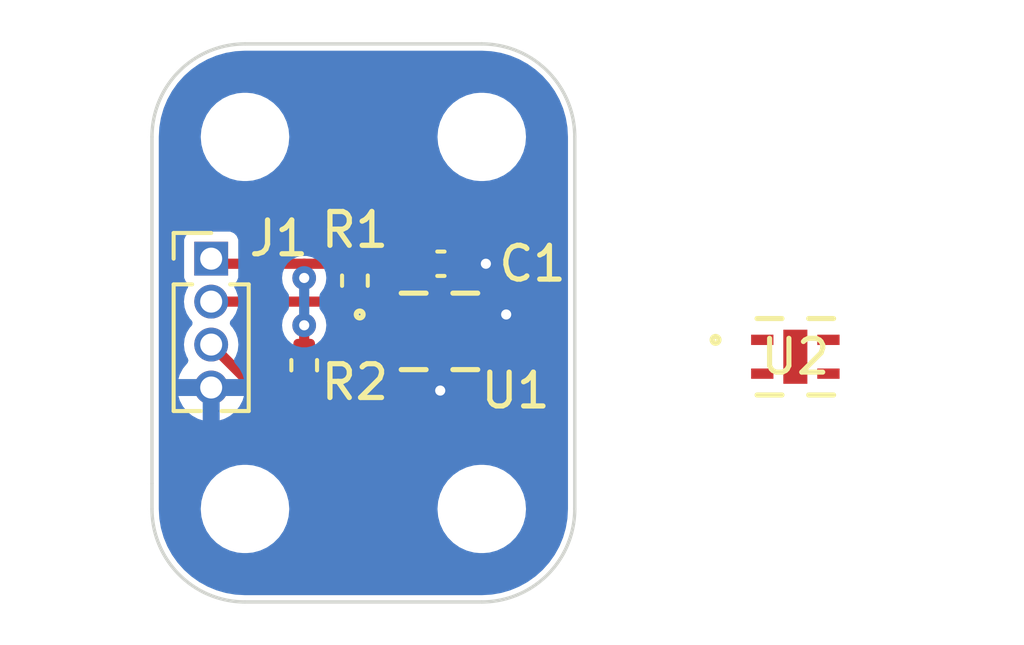
<source format=kicad_pcb>
(kicad_pcb (version 20221018) (generator pcbnew)
  (layers (0 "F.Cu" signal) (31 "B.Cu" power) (34 "B.Paste" user) (35 "F.Paste" user) (36 "B.SilkS" user "B.Silkscreen") (37 "F.SilkS" user "F.Silkscreen") (38 "B.Mask" user) (39 "F.Mask" user) (44 "Edge.Cuts" user))
  (net 0 "")
  (net 1 "+3.3V")
  (net 2 "GND")
  (net 3 "SCL")
  (net 4 "SDA")
  (footprint "Connector_PinHeader_1.27mm:PinHeader_1x04_P1.27mm_Vertical" (layer "F.Cu") (at 131.5 73.6)
    (fp_text reference "J1" (at 2 -0.6) (layer "F.SilkS") (effects (font (thickness 0.155))))
    (fp_text value "Conn_01x04_Pin")
    (fp_line (start -1.11 -0.76) (end 0 -0.76) (stroke (width 0.12)) (layer "F.SilkS"))
    (fp_line (start -1.11 0) (end -1.11 -0.76) (stroke (width 0.12)) (layer "F.SilkS"))
    (fp_line (start -1.11 0.76) (end -1.11 4.505) (stroke (width 0.12)) (layer "F.SilkS"))
    (fp_line (start -1.11 0.76) (end -0.563471 0.76) (stroke (width 0.12)) (layer "F.SilkS"))
    (fp_line (start -1.11 4.505) (end -0.30753 4.505) (stroke (width 0.12)) (layer "F.SilkS"))
    (fp_line (start 0.30753 4.505) (end 1.11 4.505) (stroke (width 0.12)) (layer "F.SilkS"))
    (fp_line (start 0.563471 0.76) (end 1.11 0.76) (stroke (width 0.12)) (layer "F.SilkS"))
    (fp_line (start 1.11 0.76) (end 1.11 4.505) (stroke (width 0.12)) (layer "F.SilkS"))
    (pad "1" thru_hole rect (at 0 0) (size 1 1) (drill 0.65) (layers "*.Cu" "*.Mask") (net 1 "+3.3V"))
    (pad "2" thru_hole oval (at 0 1.27) (size 1 1) (drill 0.65) (layers "*.Cu" "*.Mask") (net 3 "SCL"))
    (pad "3" thru_hole oval (at 0 2.54) (size 1 1) (drill 0.65) (layers "*.Cu" "*.Mask") (net 4 "SDA"))
    (pad "4" thru_hole oval (at 0 3.81) (size 1 1) (drill 0.65) (layers "*.Cu" "*.Mask") (net 2 "GND"))
  )
  (footprint "Resistor_SMD:R_0402_1005Metric" (layer "F.Cu") (at 134.25 76.75 -90)
    (fp_text reference "R2" (at 0.5 -1.5 180) (layer "F.SilkS") (effects (font (thickness 0.155))))
    (fp_text value "10k")
    (fp_line (start -0.153641 -0.38) (end 0.153641 -0.38) (stroke (width 0.12)) (layer "F.SilkS"))
    (fp_line (start -0.153641 0.38) (end 0.153641 0.38) (stroke (width 0.12)) (layer "F.SilkS"))
    (pad "1" smd roundrect (at -0.51 0 270) (size 0.54 0.64) (layers "F.Cu" "F.Paste" "F.Mask") (net 1 "+3.3V"))
    (pad "2" smd roundrect (at 0.51 0 270) (size 0.54 0.64) (layers "F.Cu" "F.Paste" "F.Mask") (net 4 "SDA"))
  )
  (footprint "MountingHole:MountingHole_2.1mm" (layer "F.Cu") (at 139.5 70)
    (fp_text reference "H2")
    (fp_text value "MountingHole")
    (pad "" np_thru_hole circle (at 0 0) (size 2.1 2.1) (drill 2.1) (layers "*.Cu" "*.Mask"))
  )
  (footprint "MountingHole:MountingHole_2.1mm" (layer "F.Cu") (at 132.5 81)
    (fp_text reference "H3")
    (fp_text value "MountingHole")
    (pad "" np_thru_hole circle (at 0 0) (size 2.1 2.1) (drill 2.1) (layers "*.Cu" "*.Mask"))
  )
  (footprint "SHTC3-TR-10KS:SHTC3_SEN" (layer "F.Cu") (at 148.7721 76.500001)
    (fp_text reference "U2" (at 0 0 unlocked) (layer "F.SilkS"))
    (fp_text value "SHTC3-TR-2.5KS")
    (fp_line (start -1.1303 1.1303) (end -0.396635 1.1303) (stroke (width 0.1524)) (layer "F.SilkS"))
    (fp_line (start -0.396635 -1.1303) (end -1.1303 -1.1303) (stroke (width 0.1524)) (layer "F.SilkS"))
    (fp_line (start 0.396635 1.1303) (end 1.1303 1.1303) (stroke (width 0.1524)) (layer "F.SilkS"))
    (fp_line (start 1.1303 -1.1303) (end 0.396635 -1.1303) (stroke (width 0.1524)) (layer "F.SilkS"))
    (fp_circle (center -2.358898 -0.499999) (end -2.257298 -0.499999) (stroke (width 0.1524)) (fill none) (layer "F.SilkS"))
    (pad "1" smd rect (at -0.9779 -0.499999) (size 0.6604 0.3048) (layers "F.Cu" "F.Paste" "F.Mask"))
    (pad "2" smd rect (at -0.9779 0.499999) (size 0.6604 0.3048) (layers "F.Cu" "F.Paste" "F.Mask"))
    (pad "3" smd rect (at 0.9779 0.499999) (size 0.6604 0.3048) (layers "F.Cu" "F.Paste" "F.Mask"))
    (pad "4" smd rect (at 0.9779 -0.499999) (size 0.6604 0.3048) (layers "F.Cu" "F.Paste" "F.Mask"))
    (pad "5" smd rect (at 0 0) (size 0.7112 1.6002) (layers "F.Cu" "F.Paste" "F.Mask"))
  )
  (footprint "Capacitor_SMD:C_0402_1005Metric" (layer "F.Cu") (at 138.2921 73.750001)
    (fp_text reference "C1" (at 2.7079 -0.000001 180) (layer "F.SilkS") (effects (font (thickness 0.155))))
    (fp_text value "100n")
    (fp_line (start -0.107836 -0.36) (end 0.107836 -0.36) (stroke (width 0.12)) (layer "F.SilkS"))
    (fp_line (start -0.107836 0.36) (end 0.107836 0.36) (stroke (width 0.12)) (layer "F.SilkS"))
    (pad "1" smd roundrect (at -0.48 0) (size 0.56 0.62) (layers "F.Cu" "F.Paste" "F.Mask") (net 1 "+3.3V"))
    (pad "2" smd roundrect (at 0.48 0) (size 0.56 0.62) (layers "F.Cu" "F.Paste" "F.Mask") (net 2 "GND"))
  )
  (footprint "SHTC3-TR-10KS:SHTC3_SEN" (layer "F.Cu") (at 138.25 75.75)
    (fp_text reference "U1" (at 2.25 1.75 unlocked) (layer "F.SilkS") (effects (font (thickness 0.155))))
    (fp_text value "SHTC3-TR-2.5KS")
    (fp_line (start -1.1303 1.1303) (end -0.396635 1.1303) (stroke (width 0.1524)) (layer "F.SilkS"))
    (fp_line (start -0.396635 -1.1303) (end -1.1303 -1.1303) (stroke (width 0.1524)) (layer "F.SilkS"))
    (fp_line (start 0.396635 1.1303) (end 1.1303 1.1303) (stroke (width 0.1524)) (layer "F.SilkS"))
    (fp_line (start 1.1303 -1.1303) (end 0.396635 -1.1303) (stroke (width 0.1524)) (layer "F.SilkS"))
    (fp_circle (center -2.358898 -0.499999) (end -2.257298 -0.499999) (stroke (width 0.1524)) (fill none) (layer "F.SilkS"))
    (pad "1" smd rect (at -0.9779 -0.499999) (size 0.6604 0.3048) (layers "F.Cu" "F.Paste" "F.Mask") (net 1 "+3.3V"))
    (pad "2" smd rect (at -0.9779 0.499999) (size 0.6604 0.3048) (layers "F.Cu" "F.Paste" "F.Mask") (net 3 "SCL"))
    (pad "3" smd rect (at 0.9779 0.499999) (size 0.6604 0.3048) (layers "F.Cu" "F.Paste" "F.Mask") (net 4 "SDA"))
    (pad "4" smd rect (at 0.9779 -0.499999) (size 0.6604 0.3048) (layers "F.Cu" "F.Paste" "F.Mask") (net 2 "GND"))
    (pad "5" smd rect (at 0 0) (size 0.7112 1.6002) (layers "F.Cu" "F.Paste" "F.Mask") (net 2 "GND"))
  )
  (footprint "MountingHole:MountingHole_2.1mm" (layer "F.Cu") (at 139.5 81)
    (fp_text reference "H4")
    (fp_text value "MountingHole")
    (pad "" np_thru_hole circle (at 0 0) (size 2.1 2.1) (drill 2.1) (layers "*.Cu" "*.Mask"))
  )
  (footprint "MountingHole:MountingHole_2.1mm" (layer "F.Cu") (at 132.5 70)
    (fp_text reference "H1")
    (fp_text value "MountingHole")
    (pad "" np_thru_hole circle (at 0 0) (size 2.1 2.1) (drill 2.1) (layers "*.Cu" "*.Mask"))
  )
  (footprint "Resistor_SMD:R_0402_1005Metric" (layer "F.Cu") (at 135.75 74.25 -90)
    (fp_text reference "R1" (at -1.5 0 -180) (layer "F.SilkS") (effects (font (thickness 0.155))))
    (fp_text value "10k")
    (fp_line (start -0.153641 -0.38) (end 0.153641 -0.38) (stroke (width 0.12)) (layer "F.SilkS"))
    (fp_line (start -0.153641 0.38) (end 0.153641 0.38) (stroke (width 0.12)) (layer "F.SilkS"))
    (pad "1" smd roundrect (at -0.51 0 270) (size 0.54 0.64) (layers "F.Cu" "F.Paste" "F.Mask") (net 1 "+3.3V"))
    (pad "2" smd roundrect (at 0.51 0 270) (size 0.54 0.64) (layers "F.Cu" "F.Paste" "F.Mask") (net 3 "SCL"))
  )
  (gr_line (start 142.25 70) (end 142.25 81) (stroke (width 0.1)) (layer "Edge.Cuts"))
  (gr_line (start 129.75 80.25) (end 129.75 80.25) (stroke (width 0.1)) (layer "Edge.Cuts"))
  (gr_line (start 132.5 67.25) (end 139.5 67.25) (stroke (width 0.1)) (layer "Edge.Cuts"))
  (gr_line (start 129.75 81) (end 129.75 70) (stroke (width 0.1)) (layer "Edge.Cuts"))
  (gr_arc (start 142.25 81) (mid 141.444544 82.944544) (end 139.5 83.75) (stroke (width 0.1)) (layer "Edge.Cuts"))
  (gr_arc (start 129.75 70) (mid 130.555456 68.055456) (end 132.5 67.25) (stroke (width 0.1)) (layer "Edge.Cuts"))
  (gr_arc (start 132.5 83.75) (mid 130.555456 82.944544) (end 129.75 81) (stroke (width 0.1)) (layer "Edge.Cuts"))
  (gr_line (start 139.5 83.75) (end 132.5 83.75) (stroke (width 0.1)) (layer "Edge.Cuts"))
  (gr_arc (start 139.5 67.25) (mid 141.444544 68.055456) (end 142.25 70) (stroke (width 0.1)) (layer "Edge.Cuts"))
  (segment (start 137.8121 74.4379) (end 137.8121 73.750001) (width 0.3) (layer "F.Cu") (net 1))
  (segment (start 131.650001 73.750001) (end 131.5 73.6) (width 0.3) (layer "F.Cu") (net 1))
  (segment (start 134.25 76.24) (end 134.25 75.5695) (width 0.3) (layer "F.Cu") (net 1))
  (segment (start 137.2721 74.9779) (end 137.8121 74.4379) (width 0.3) (layer "F.Cu") (net 1))
  (segment (start 137.8121 73.750001) (end 134.25 73.750001) (width 0.3) (layer "F.Cu") (net 1))
  (segment (start 137.262099 75.24) (end 137.2721 75.250001) (width 0.3) (layer "F.Cu") (net 1))
  (segment (start 135.760001 73.750001) (end 135.75 73.74) (width 0.3) (layer "F.Cu") (net 1))
  (segment (start 134.25 73.750001) (end 134.25 74.1705) (width 0.3) (layer "F.Cu") (net 1))
  (segment (start 137.2721 75.250001) (end 137.2721 74.9779) (width 0.3) (layer "F.Cu") (net 1))
  (segment (start 134.25 73.750001) (end 131.650001 73.750001) (width 0.3) (layer "F.Cu") (net 1))
  (via (at 134.25 74.1705) (size 0.7) (drill 0.3) (layers "F.Cu" "B.Cu") (net 1))
  (via (at 134.25 75.5695) (size 0.7) (drill 0.3) (layers "F.Cu" "B.Cu") (net 1))
  (segment (start 134.25 74.1705) (end 134.25 75.5695) (width 0.3) (layer "B.Cu") (net 1))
  (via (at 140.2221 75.250001) (size 0.7) (drill 0.3) (layers "F.Cu" "B.Cu") (net 2))
  (via (at 138.2721 77.500001) (size 0.7) (drill 0.3) (layers "F.Cu" "B.Cu") (net 2))
  (via (at 139.6221 73.750001) (size 0.7) (drill 0.3) (layers "F.Cu" "B.Cu") (net 2))
  (segment (start 135.64 74.87) (end 135.75 74.76) (width 0.3) (layer "F.Cu") (net 3))
  (segment (start 135.75 74.76) (end 135.75 75.5) (width 0.3) (layer "F.Cu") (net 3))
  (segment (start 135.75 75.5) (end 136.5 76.25) (width 0.3) (layer "F.Cu") (net 3))
  (segment (start 137.2721 76.249999) (end 137.239999 76.249999) (width 0.3) (layer "F.Cu") (net 3))
  (segment (start 137.262099 76.26) (end 137.2721 76.249999) (width 0.3) (layer "F.Cu") (net 3))
  (segment (start 131.5 74.87) (end 135.64 74.87) (width 0.3) (layer "F.Cu") (net 3))
  (segment (start 136.5 76.25) (end 137.2721 76.249999) (width 0.3) (layer "F.Cu") (net 3))
  (segment (start 132.76 77.26) (end 134.25 77.26) (width 0.3) (layer "F.Cu") (net 4))
  (segment (start 135.190001 78.200001) (end 138.56205 78.200001) (width 0.3) (layer "F.Cu") (net 4))
  (segment (start 132.75 77.25) (end 132.76 77.26) (width 0.3) (layer "F.Cu") (net 4))
  (segment (start 132.61 77.25) (end 132.75 77.25) (width 0.3) (layer "F.Cu") (net 4))
  (segment (start 138.56205 78.200001) (end 139.2279 77.534151) (width 0.3) (layer "F.Cu") (net 4))
  (segment (start 131.5 76.14) (end 132.61 77.25) (width 0.3) (layer "F.Cu") (net 4))
  (segment (start 134.25 77.26) (end 135.190001 78.200001) (width 0.3) (layer "F.Cu") (net 4))
  (segment (start 139.2279 77.534151) (end 139.2279 76.249999) (width 0.3) (layer "F.Cu") (net 4))
  (zone (net 2) (net_name "GND") (layer "F.Cu") (priority 1) (connect_pads yes (clearance 0.3)) (min_thickness 0.25) (fill yes (thermal_gap 0.5) (thermal_bridge_width 0.5))
    (polygon (pts (xy 138.4221 74.250001) (xy 138.4221 73.450001) (xy 138.5221 73.250001) (xy 139.9221 73.250001) (xy 140.0221 73.450001) (xy 140.0221 74.750001) (xy 140.1221 74.850001) (xy 140.4221 74.850001) (xy 140.6221 75.050001) (xy 140.6221 75.450001) (xy 140.4221 75.650001) (xy 139.2221 75.650001) (xy 138.9221 75.650001) (xy 138.7221 75.850001) (xy 138.7221 77.750001) (xy 138.5221 77.950001) (xy 138.0221 77.950001) (xy 137.8221 77.750001) (xy 137.8221 74.850001) (xy 138.0221 74.650001) (xy 138.1221 74.550001)))
  )
  (zone (net 2) (net_name "GND") (layer "B.Cu") (connect_pads (clearance 0.3)) (min_thickness 0.25) (fill yes (thermal_gap 0.5) (thermal_bridge_width 0.5))
    (polygon (pts (xy 129.75 67.25) (xy 129.75 83.75) (xy 142.25 83.75) (xy 142.25 67.25)))
  )
)
</source>
